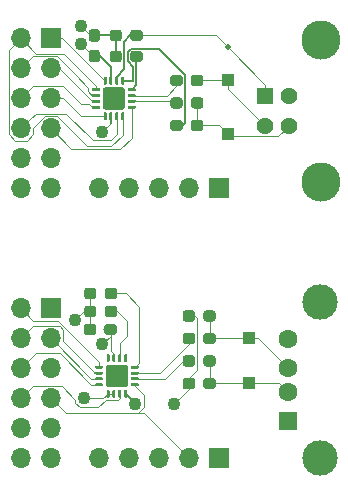
<source format=gbr>
G04 #@! TF.GenerationSoftware,KiCad,Pcbnew,5.1.6-c6e7f7d~86~ubuntu18.04.1*
G04 #@! TF.CreationDate,2021-05-10T20:55:15-07:00*
G04 #@! TF.ProjectId,usb_pmod,7573625f-706d-46f6-942e-6b696361645f,rev?*
G04 #@! TF.SameCoordinates,Original*
G04 #@! TF.FileFunction,Copper,L1,Top*
G04 #@! TF.FilePolarity,Positive*
%FSLAX46Y46*%
G04 Gerber Fmt 4.6, Leading zero omitted, Abs format (unit mm)*
G04 Created by KiCad (PCBNEW 5.1.6-c6e7f7d~86~ubuntu18.04.1) date 2021-05-10 20:55:15*
%MOMM*%
%LPD*%
G01*
G04 APERTURE LIST*
G04 #@! TA.AperFunction,ComponentPad*
%ADD10R,1.000000X1.000000*%
G04 #@! TD*
G04 #@! TA.AperFunction,ComponentPad*
%ADD11C,3.316000*%
G04 #@! TD*
G04 #@! TA.AperFunction,ComponentPad*
%ADD12C,1.428000*%
G04 #@! TD*
G04 #@! TA.AperFunction,ComponentPad*
%ADD13R,1.428000X1.428000*%
G04 #@! TD*
G04 #@! TA.AperFunction,ComponentPad*
%ADD14C,1.600000*%
G04 #@! TD*
G04 #@! TA.AperFunction,ComponentPad*
%ADD15R,1.600000X1.600000*%
G04 #@! TD*
G04 #@! TA.AperFunction,ComponentPad*
%ADD16C,3.000000*%
G04 #@! TD*
G04 #@! TA.AperFunction,ComponentPad*
%ADD17O,1.700000X1.700000*%
G04 #@! TD*
G04 #@! TA.AperFunction,ComponentPad*
%ADD18R,1.700000X1.700000*%
G04 #@! TD*
G04 #@! TA.AperFunction,ViaPad*
%ADD19C,1.100000*%
G04 #@! TD*
G04 #@! TA.AperFunction,ViaPad*
%ADD20C,0.500000*%
G04 #@! TD*
G04 #@! TA.AperFunction,Conductor*
%ADD21C,0.127000*%
G04 #@! TD*
G04 #@! TA.AperFunction,Conductor*
%ADD22C,0.088900*%
G04 #@! TD*
G04 APERTURE END LIST*
D10*
X103124000Y-96520000D03*
X103124000Y-100330000D03*
X101346000Y-79248000D03*
X101346000Y-74676000D03*
D11*
X109202000Y-71272000D03*
X109202000Y-83312000D03*
D12*
X106492000Y-76002000D03*
X106492000Y-78502000D03*
X104492000Y-78502000D03*
D13*
X104492000Y-76002000D03*
D14*
X106426000Y-96542000D03*
X106426000Y-99042000D03*
X106426000Y-101042000D03*
D15*
X106426000Y-103542000D03*
D16*
X109136000Y-106612000D03*
X109136000Y-93472000D03*
G04 #@! TA.AperFunction,SMDPad,CuDef*
G36*
G01*
X90887000Y-95995500D02*
X90887000Y-95520500D01*
G75*
G02*
X91124500Y-95283000I237500J0D01*
G01*
X91699500Y-95283000D01*
G75*
G02*
X91937000Y-95520500I0J-237500D01*
G01*
X91937000Y-95995500D01*
G75*
G02*
X91699500Y-96233000I-237500J0D01*
G01*
X91124500Y-96233000D01*
G75*
G02*
X90887000Y-95995500I0J237500D01*
G01*
G37*
G04 #@! TD.AperFunction*
G04 #@! TA.AperFunction,SMDPad,CuDef*
G36*
G01*
X89137000Y-95995500D02*
X89137000Y-95520500D01*
G75*
G02*
X89374500Y-95283000I237500J0D01*
G01*
X89949500Y-95283000D01*
G75*
G02*
X90187000Y-95520500I0J-237500D01*
G01*
X90187000Y-95995500D01*
G75*
G02*
X89949500Y-96233000I-237500J0D01*
G01*
X89374500Y-96233000D01*
G75*
G02*
X89137000Y-95995500I0J237500D01*
G01*
G37*
G04 #@! TD.AperFunction*
G04 #@! TA.AperFunction,SMDPad,CuDef*
G36*
G01*
X89805500Y-72091000D02*
X90280500Y-72091000D01*
G75*
G02*
X90518000Y-72328500I0J-237500D01*
G01*
X90518000Y-72903500D01*
G75*
G02*
X90280500Y-73141000I-237500J0D01*
G01*
X89805500Y-73141000D01*
G75*
G02*
X89568000Y-72903500I0J237500D01*
G01*
X89568000Y-72328500D01*
G75*
G02*
X89805500Y-72091000I237500J0D01*
G01*
G37*
G04 #@! TD.AperFunction*
G04 #@! TA.AperFunction,SMDPad,CuDef*
G36*
G01*
X89805500Y-70341000D02*
X90280500Y-70341000D01*
G75*
G02*
X90518000Y-70578500I0J-237500D01*
G01*
X90518000Y-71153500D01*
G75*
G02*
X90280500Y-71391000I-237500J0D01*
G01*
X89805500Y-71391000D01*
G75*
G02*
X89568000Y-71153500I0J237500D01*
G01*
X89568000Y-70578500D01*
G75*
G02*
X89805500Y-70341000I237500J0D01*
G01*
G37*
G04 #@! TD.AperFunction*
G04 #@! TA.AperFunction,SMDPad,CuDef*
G36*
G01*
X90215000Y-92472500D02*
X90215000Y-92947500D01*
G75*
G02*
X89977500Y-93185000I-237500J0D01*
G01*
X89402500Y-93185000D01*
G75*
G02*
X89165000Y-92947500I0J237500D01*
G01*
X89165000Y-92472500D01*
G75*
G02*
X89402500Y-92235000I237500J0D01*
G01*
X89977500Y-92235000D01*
G75*
G02*
X90215000Y-92472500I0J-237500D01*
G01*
G37*
G04 #@! TD.AperFunction*
G04 #@! TA.AperFunction,SMDPad,CuDef*
G36*
G01*
X91965000Y-92472500D02*
X91965000Y-92947500D01*
G75*
G02*
X91727500Y-93185000I-237500J0D01*
G01*
X91152500Y-93185000D01*
G75*
G02*
X90915000Y-92947500I0J237500D01*
G01*
X90915000Y-92472500D01*
G75*
G02*
X91152500Y-92235000I237500J0D01*
G01*
X91727500Y-92235000D01*
G75*
G02*
X91965000Y-92472500I0J-237500D01*
G01*
G37*
G04 #@! TD.AperFunction*
G04 #@! TA.AperFunction,SMDPad,CuDef*
G36*
G01*
X92374000Y-72406500D02*
X92374000Y-72881500D01*
G75*
G02*
X92136500Y-73119000I-237500J0D01*
G01*
X91561500Y-73119000D01*
G75*
G02*
X91324000Y-72881500I0J237500D01*
G01*
X91324000Y-72406500D01*
G75*
G02*
X91561500Y-72169000I237500J0D01*
G01*
X92136500Y-72169000D01*
G75*
G02*
X92374000Y-72406500I0J-237500D01*
G01*
G37*
G04 #@! TD.AperFunction*
G04 #@! TA.AperFunction,SMDPad,CuDef*
G36*
G01*
X94124000Y-72406500D02*
X94124000Y-72881500D01*
G75*
G02*
X93886500Y-73119000I-237500J0D01*
G01*
X93311500Y-73119000D01*
G75*
G02*
X93074000Y-72881500I0J237500D01*
G01*
X93074000Y-72406500D01*
G75*
G02*
X93311500Y-72169000I237500J0D01*
G01*
X93886500Y-72169000D01*
G75*
G02*
X94124000Y-72406500I0J-237500D01*
G01*
G37*
G04 #@! TD.AperFunction*
G04 #@! TA.AperFunction,SMDPad,CuDef*
G36*
G01*
X90215000Y-93996500D02*
X90215000Y-94471500D01*
G75*
G02*
X89977500Y-94709000I-237500J0D01*
G01*
X89402500Y-94709000D01*
G75*
G02*
X89165000Y-94471500I0J237500D01*
G01*
X89165000Y-93996500D01*
G75*
G02*
X89402500Y-93759000I237500J0D01*
G01*
X89977500Y-93759000D01*
G75*
G02*
X90215000Y-93996500I0J-237500D01*
G01*
G37*
G04 #@! TD.AperFunction*
G04 #@! TA.AperFunction,SMDPad,CuDef*
G36*
G01*
X91965000Y-93996500D02*
X91965000Y-94471500D01*
G75*
G02*
X91727500Y-94709000I-237500J0D01*
G01*
X91152500Y-94709000D01*
G75*
G02*
X90915000Y-94471500I0J237500D01*
G01*
X90915000Y-93996500D01*
G75*
G02*
X91152500Y-93759000I237500J0D01*
G01*
X91727500Y-93759000D01*
G75*
G02*
X91965000Y-93996500I0J-237500D01*
G01*
G37*
G04 #@! TD.AperFunction*
G04 #@! TA.AperFunction,SMDPad,CuDef*
G36*
G01*
X92374000Y-70628500D02*
X92374000Y-71103500D01*
G75*
G02*
X92136500Y-71341000I-237500J0D01*
G01*
X91561500Y-71341000D01*
G75*
G02*
X91324000Y-71103500I0J237500D01*
G01*
X91324000Y-70628500D01*
G75*
G02*
X91561500Y-70391000I237500J0D01*
G01*
X92136500Y-70391000D01*
G75*
G02*
X92374000Y-70628500I0J-237500D01*
G01*
G37*
G04 #@! TD.AperFunction*
G04 #@! TA.AperFunction,SMDPad,CuDef*
G36*
G01*
X94124000Y-70628500D02*
X94124000Y-71103500D01*
G75*
G02*
X93886500Y-71341000I-237500J0D01*
G01*
X93311500Y-71341000D01*
G75*
G02*
X93074000Y-71103500I0J237500D01*
G01*
X93074000Y-70628500D01*
G75*
G02*
X93311500Y-70391000I237500J0D01*
G01*
X93886500Y-70391000D01*
G75*
G02*
X94124000Y-70628500I0J-237500D01*
G01*
G37*
G04 #@! TD.AperFunction*
D17*
X90424000Y-83820000D03*
X92964000Y-83820000D03*
X95504000Y-83820000D03*
X98044000Y-83820000D03*
D18*
X100584000Y-83820000D03*
D17*
X90424000Y-106680000D03*
X92964000Y-106680000D03*
X95504000Y-106680000D03*
X98044000Y-106680000D03*
D18*
X100584000Y-106680000D03*
D17*
X83820000Y-106680000D03*
X86360000Y-106680000D03*
X83820000Y-104140000D03*
X86360000Y-104140000D03*
X83820000Y-101600000D03*
X86360000Y-101600000D03*
X83820000Y-99060000D03*
X86360000Y-99060000D03*
X83820000Y-96520000D03*
X86360000Y-96520000D03*
X83820000Y-93980000D03*
D18*
X86360000Y-93980000D03*
D17*
X83820000Y-83820000D03*
X86360000Y-83820000D03*
X83820000Y-81280000D03*
X86360000Y-81280000D03*
X83820000Y-78740000D03*
X86360000Y-78740000D03*
X83820000Y-76200000D03*
X86360000Y-76200000D03*
X83820000Y-73660000D03*
X86360000Y-73660000D03*
X83820000Y-71120000D03*
D18*
X86360000Y-71120000D03*
G04 #@! TA.AperFunction,SMDPad,CuDef*
G36*
G01*
X98569000Y-94377500D02*
X98569000Y-94852500D01*
G75*
G02*
X98331500Y-95090000I-237500J0D01*
G01*
X97756500Y-95090000D01*
G75*
G02*
X97519000Y-94852500I0J237500D01*
G01*
X97519000Y-94377500D01*
G75*
G02*
X97756500Y-94140000I237500J0D01*
G01*
X98331500Y-94140000D01*
G75*
G02*
X98569000Y-94377500I0J-237500D01*
G01*
G37*
G04 #@! TD.AperFunction*
G04 #@! TA.AperFunction,SMDPad,CuDef*
G36*
G01*
X100319000Y-94377500D02*
X100319000Y-94852500D01*
G75*
G02*
X100081500Y-95090000I-237500J0D01*
G01*
X99506500Y-95090000D01*
G75*
G02*
X99269000Y-94852500I0J237500D01*
G01*
X99269000Y-94377500D01*
G75*
G02*
X99506500Y-94140000I237500J0D01*
G01*
X100081500Y-94140000D01*
G75*
G02*
X100319000Y-94377500I0J-237500D01*
G01*
G37*
G04 #@! TD.AperFunction*
G04 #@! TA.AperFunction,SMDPad,CuDef*
G36*
G01*
X98569000Y-100092500D02*
X98569000Y-100567500D01*
G75*
G02*
X98331500Y-100805000I-237500J0D01*
G01*
X97756500Y-100805000D01*
G75*
G02*
X97519000Y-100567500I0J237500D01*
G01*
X97519000Y-100092500D01*
G75*
G02*
X97756500Y-99855000I237500J0D01*
G01*
X98331500Y-99855000D01*
G75*
G02*
X98569000Y-100092500I0J-237500D01*
G01*
G37*
G04 #@! TD.AperFunction*
G04 #@! TA.AperFunction,SMDPad,CuDef*
G36*
G01*
X100319000Y-100092500D02*
X100319000Y-100567500D01*
G75*
G02*
X100081500Y-100805000I-237500J0D01*
G01*
X99506500Y-100805000D01*
G75*
G02*
X99269000Y-100567500I0J237500D01*
G01*
X99269000Y-100092500D01*
G75*
G02*
X99506500Y-99855000I237500J0D01*
G01*
X100081500Y-99855000D01*
G75*
G02*
X100319000Y-100092500I0J-237500D01*
G01*
G37*
G04 #@! TD.AperFunction*
G04 #@! TA.AperFunction,SMDPad,CuDef*
G36*
G01*
X98569000Y-98187500D02*
X98569000Y-98662500D01*
G75*
G02*
X98331500Y-98900000I-237500J0D01*
G01*
X97756500Y-98900000D01*
G75*
G02*
X97519000Y-98662500I0J237500D01*
G01*
X97519000Y-98187500D01*
G75*
G02*
X97756500Y-97950000I237500J0D01*
G01*
X98331500Y-97950000D01*
G75*
G02*
X98569000Y-98187500I0J-237500D01*
G01*
G37*
G04 #@! TD.AperFunction*
G04 #@! TA.AperFunction,SMDPad,CuDef*
G36*
G01*
X100319000Y-98187500D02*
X100319000Y-98662500D01*
G75*
G02*
X100081500Y-98900000I-237500J0D01*
G01*
X99506500Y-98900000D01*
G75*
G02*
X99269000Y-98662500I0J237500D01*
G01*
X99269000Y-98187500D01*
G75*
G02*
X99506500Y-97950000I237500J0D01*
G01*
X100081500Y-97950000D01*
G75*
G02*
X100319000Y-98187500I0J-237500D01*
G01*
G37*
G04 #@! TD.AperFunction*
G04 #@! TA.AperFunction,SMDPad,CuDef*
G36*
G01*
X98569000Y-96282500D02*
X98569000Y-96757500D01*
G75*
G02*
X98331500Y-96995000I-237500J0D01*
G01*
X97756500Y-96995000D01*
G75*
G02*
X97519000Y-96757500I0J237500D01*
G01*
X97519000Y-96282500D01*
G75*
G02*
X97756500Y-96045000I237500J0D01*
G01*
X98331500Y-96045000D01*
G75*
G02*
X98569000Y-96282500I0J-237500D01*
G01*
G37*
G04 #@! TD.AperFunction*
G04 #@! TA.AperFunction,SMDPad,CuDef*
G36*
G01*
X100319000Y-96282500D02*
X100319000Y-96757500D01*
G75*
G02*
X100081500Y-96995000I-237500J0D01*
G01*
X99506500Y-96995000D01*
G75*
G02*
X99269000Y-96757500I0J237500D01*
G01*
X99269000Y-96282500D01*
G75*
G02*
X99506500Y-96045000I237500J0D01*
G01*
X100081500Y-96045000D01*
G75*
G02*
X100319000Y-96282500I0J-237500D01*
G01*
G37*
G04 #@! TD.AperFunction*
G04 #@! TA.AperFunction,SMDPad,CuDef*
G36*
G01*
X97517500Y-76343500D02*
X97517500Y-76818500D01*
G75*
G02*
X97280000Y-77056000I-237500J0D01*
G01*
X96705000Y-77056000D01*
G75*
G02*
X96467500Y-76818500I0J237500D01*
G01*
X96467500Y-76343500D01*
G75*
G02*
X96705000Y-76106000I237500J0D01*
G01*
X97280000Y-76106000D01*
G75*
G02*
X97517500Y-76343500I0J-237500D01*
G01*
G37*
G04 #@! TD.AperFunction*
G04 #@! TA.AperFunction,SMDPad,CuDef*
G36*
G01*
X99267500Y-76343500D02*
X99267500Y-76818500D01*
G75*
G02*
X99030000Y-77056000I-237500J0D01*
G01*
X98455000Y-77056000D01*
G75*
G02*
X98217500Y-76818500I0J237500D01*
G01*
X98217500Y-76343500D01*
G75*
G02*
X98455000Y-76106000I237500J0D01*
G01*
X99030000Y-76106000D01*
G75*
G02*
X99267500Y-76343500I0J-237500D01*
G01*
G37*
G04 #@! TD.AperFunction*
G04 #@! TA.AperFunction,SMDPad,CuDef*
G36*
G01*
X97517500Y-74438500D02*
X97517500Y-74913500D01*
G75*
G02*
X97280000Y-75151000I-237500J0D01*
G01*
X96705000Y-75151000D01*
G75*
G02*
X96467500Y-74913500I0J237500D01*
G01*
X96467500Y-74438500D01*
G75*
G02*
X96705000Y-74201000I237500J0D01*
G01*
X97280000Y-74201000D01*
G75*
G02*
X97517500Y-74438500I0J-237500D01*
G01*
G37*
G04 #@! TD.AperFunction*
G04 #@! TA.AperFunction,SMDPad,CuDef*
G36*
G01*
X99267500Y-74438500D02*
X99267500Y-74913500D01*
G75*
G02*
X99030000Y-75151000I-237500J0D01*
G01*
X98455000Y-75151000D01*
G75*
G02*
X98217500Y-74913500I0J237500D01*
G01*
X98217500Y-74438500D01*
G75*
G02*
X98455000Y-74201000I237500J0D01*
G01*
X99030000Y-74201000D01*
G75*
G02*
X99267500Y-74438500I0J-237500D01*
G01*
G37*
G04 #@! TD.AperFunction*
G04 #@! TA.AperFunction,SMDPad,CuDef*
G36*
G01*
X97517500Y-78248500D02*
X97517500Y-78723500D01*
G75*
G02*
X97280000Y-78961000I-237500J0D01*
G01*
X96705000Y-78961000D01*
G75*
G02*
X96467500Y-78723500I0J237500D01*
G01*
X96467500Y-78248500D01*
G75*
G02*
X96705000Y-78011000I237500J0D01*
G01*
X97280000Y-78011000D01*
G75*
G02*
X97517500Y-78248500I0J-237500D01*
G01*
G37*
G04 #@! TD.AperFunction*
G04 #@! TA.AperFunction,SMDPad,CuDef*
G36*
G01*
X99267500Y-78248500D02*
X99267500Y-78723500D01*
G75*
G02*
X99030000Y-78961000I-237500J0D01*
G01*
X98455000Y-78961000D01*
G75*
G02*
X98217500Y-78723500I0J237500D01*
G01*
X98217500Y-78248500D01*
G75*
G02*
X98455000Y-78011000I237500J0D01*
G01*
X99030000Y-78011000D01*
G75*
G02*
X99267500Y-78248500I0J-237500D01*
G01*
G37*
G04 #@! TD.AperFunction*
G04 #@! TA.AperFunction,SMDPad,CuDef*
G36*
G01*
X91073000Y-98457500D02*
X91073000Y-97907500D01*
G75*
G02*
X91135500Y-97845000I62500J0D01*
G01*
X91260500Y-97845000D01*
G75*
G02*
X91323000Y-97907500I0J-62500D01*
G01*
X91323000Y-98457500D01*
G75*
G02*
X91260500Y-98520000I-62500J0D01*
G01*
X91135500Y-98520000D01*
G75*
G02*
X91073000Y-98457500I0J62500D01*
G01*
G37*
G04 #@! TD.AperFunction*
G04 #@! TA.AperFunction,SMDPad,CuDef*
G36*
G01*
X91573000Y-98457500D02*
X91573000Y-97907500D01*
G75*
G02*
X91635500Y-97845000I62500J0D01*
G01*
X91760500Y-97845000D01*
G75*
G02*
X91823000Y-97907500I0J-62500D01*
G01*
X91823000Y-98457500D01*
G75*
G02*
X91760500Y-98520000I-62500J0D01*
G01*
X91635500Y-98520000D01*
G75*
G02*
X91573000Y-98457500I0J62500D01*
G01*
G37*
G04 #@! TD.AperFunction*
G04 #@! TA.AperFunction,SMDPad,CuDef*
G36*
G01*
X92073000Y-98457500D02*
X92073000Y-97907500D01*
G75*
G02*
X92135500Y-97845000I62500J0D01*
G01*
X92260500Y-97845000D01*
G75*
G02*
X92323000Y-97907500I0J-62500D01*
G01*
X92323000Y-98457500D01*
G75*
G02*
X92260500Y-98520000I-62500J0D01*
G01*
X92135500Y-98520000D01*
G75*
G02*
X92073000Y-98457500I0J62500D01*
G01*
G37*
G04 #@! TD.AperFunction*
G04 #@! TA.AperFunction,SMDPad,CuDef*
G36*
G01*
X92573000Y-98457500D02*
X92573000Y-97907500D01*
G75*
G02*
X92635500Y-97845000I62500J0D01*
G01*
X92760500Y-97845000D01*
G75*
G02*
X92823000Y-97907500I0J-62500D01*
G01*
X92823000Y-98457500D01*
G75*
G02*
X92760500Y-98520000I-62500J0D01*
G01*
X92635500Y-98520000D01*
G75*
G02*
X92573000Y-98457500I0J62500D01*
G01*
G37*
G04 #@! TD.AperFunction*
G04 #@! TA.AperFunction,SMDPad,CuDef*
G36*
G01*
X93123000Y-99007500D02*
X93123000Y-98882500D01*
G75*
G02*
X93185500Y-98820000I62500J0D01*
G01*
X93735500Y-98820000D01*
G75*
G02*
X93798000Y-98882500I0J-62500D01*
G01*
X93798000Y-99007500D01*
G75*
G02*
X93735500Y-99070000I-62500J0D01*
G01*
X93185500Y-99070000D01*
G75*
G02*
X93123000Y-99007500I0J62500D01*
G01*
G37*
G04 #@! TD.AperFunction*
G04 #@! TA.AperFunction,SMDPad,CuDef*
G36*
G01*
X93123000Y-99507500D02*
X93123000Y-99382500D01*
G75*
G02*
X93185500Y-99320000I62500J0D01*
G01*
X93735500Y-99320000D01*
G75*
G02*
X93798000Y-99382500I0J-62500D01*
G01*
X93798000Y-99507500D01*
G75*
G02*
X93735500Y-99570000I-62500J0D01*
G01*
X93185500Y-99570000D01*
G75*
G02*
X93123000Y-99507500I0J62500D01*
G01*
G37*
G04 #@! TD.AperFunction*
G04 #@! TA.AperFunction,SMDPad,CuDef*
G36*
G01*
X93123000Y-100007500D02*
X93123000Y-99882500D01*
G75*
G02*
X93185500Y-99820000I62500J0D01*
G01*
X93735500Y-99820000D01*
G75*
G02*
X93798000Y-99882500I0J-62500D01*
G01*
X93798000Y-100007500D01*
G75*
G02*
X93735500Y-100070000I-62500J0D01*
G01*
X93185500Y-100070000D01*
G75*
G02*
X93123000Y-100007500I0J62500D01*
G01*
G37*
G04 #@! TD.AperFunction*
G04 #@! TA.AperFunction,SMDPad,CuDef*
G36*
G01*
X93123000Y-100507500D02*
X93123000Y-100382500D01*
G75*
G02*
X93185500Y-100320000I62500J0D01*
G01*
X93735500Y-100320000D01*
G75*
G02*
X93798000Y-100382500I0J-62500D01*
G01*
X93798000Y-100507500D01*
G75*
G02*
X93735500Y-100570000I-62500J0D01*
G01*
X93185500Y-100570000D01*
G75*
G02*
X93123000Y-100507500I0J62500D01*
G01*
G37*
G04 #@! TD.AperFunction*
G04 #@! TA.AperFunction,SMDPad,CuDef*
G36*
G01*
X92573000Y-101482500D02*
X92573000Y-100932500D01*
G75*
G02*
X92635500Y-100870000I62500J0D01*
G01*
X92760500Y-100870000D01*
G75*
G02*
X92823000Y-100932500I0J-62500D01*
G01*
X92823000Y-101482500D01*
G75*
G02*
X92760500Y-101545000I-62500J0D01*
G01*
X92635500Y-101545000D01*
G75*
G02*
X92573000Y-101482500I0J62500D01*
G01*
G37*
G04 #@! TD.AperFunction*
G04 #@! TA.AperFunction,SMDPad,CuDef*
G36*
G01*
X92073000Y-101482500D02*
X92073000Y-100932500D01*
G75*
G02*
X92135500Y-100870000I62500J0D01*
G01*
X92260500Y-100870000D01*
G75*
G02*
X92323000Y-100932500I0J-62500D01*
G01*
X92323000Y-101482500D01*
G75*
G02*
X92260500Y-101545000I-62500J0D01*
G01*
X92135500Y-101545000D01*
G75*
G02*
X92073000Y-101482500I0J62500D01*
G01*
G37*
G04 #@! TD.AperFunction*
G04 #@! TA.AperFunction,SMDPad,CuDef*
G36*
G01*
X91573000Y-101482500D02*
X91573000Y-100932500D01*
G75*
G02*
X91635500Y-100870000I62500J0D01*
G01*
X91760500Y-100870000D01*
G75*
G02*
X91823000Y-100932500I0J-62500D01*
G01*
X91823000Y-101482500D01*
G75*
G02*
X91760500Y-101545000I-62500J0D01*
G01*
X91635500Y-101545000D01*
G75*
G02*
X91573000Y-101482500I0J62500D01*
G01*
G37*
G04 #@! TD.AperFunction*
G04 #@! TA.AperFunction,SMDPad,CuDef*
G36*
G01*
X91073000Y-101482500D02*
X91073000Y-100932500D01*
G75*
G02*
X91135500Y-100870000I62500J0D01*
G01*
X91260500Y-100870000D01*
G75*
G02*
X91323000Y-100932500I0J-62500D01*
G01*
X91323000Y-101482500D01*
G75*
G02*
X91260500Y-101545000I-62500J0D01*
G01*
X91135500Y-101545000D01*
G75*
G02*
X91073000Y-101482500I0J62500D01*
G01*
G37*
G04 #@! TD.AperFunction*
G04 #@! TA.AperFunction,SMDPad,CuDef*
G36*
G01*
X90098000Y-100507500D02*
X90098000Y-100382500D01*
G75*
G02*
X90160500Y-100320000I62500J0D01*
G01*
X90710500Y-100320000D01*
G75*
G02*
X90773000Y-100382500I0J-62500D01*
G01*
X90773000Y-100507500D01*
G75*
G02*
X90710500Y-100570000I-62500J0D01*
G01*
X90160500Y-100570000D01*
G75*
G02*
X90098000Y-100507500I0J62500D01*
G01*
G37*
G04 #@! TD.AperFunction*
G04 #@! TA.AperFunction,SMDPad,CuDef*
G36*
G01*
X90098000Y-100007500D02*
X90098000Y-99882500D01*
G75*
G02*
X90160500Y-99820000I62500J0D01*
G01*
X90710500Y-99820000D01*
G75*
G02*
X90773000Y-99882500I0J-62500D01*
G01*
X90773000Y-100007500D01*
G75*
G02*
X90710500Y-100070000I-62500J0D01*
G01*
X90160500Y-100070000D01*
G75*
G02*
X90098000Y-100007500I0J62500D01*
G01*
G37*
G04 #@! TD.AperFunction*
G04 #@! TA.AperFunction,SMDPad,CuDef*
G36*
G01*
X90098000Y-99507500D02*
X90098000Y-99382500D01*
G75*
G02*
X90160500Y-99320000I62500J0D01*
G01*
X90710500Y-99320000D01*
G75*
G02*
X90773000Y-99382500I0J-62500D01*
G01*
X90773000Y-99507500D01*
G75*
G02*
X90710500Y-99570000I-62500J0D01*
G01*
X90160500Y-99570000D01*
G75*
G02*
X90098000Y-99507500I0J62500D01*
G01*
G37*
G04 #@! TD.AperFunction*
G04 #@! TA.AperFunction,SMDPad,CuDef*
G36*
G01*
X90098000Y-99007500D02*
X90098000Y-98882500D01*
G75*
G02*
X90160500Y-98820000I62500J0D01*
G01*
X90710500Y-98820000D01*
G75*
G02*
X90773000Y-98882500I0J-62500D01*
G01*
X90773000Y-99007500D01*
G75*
G02*
X90710500Y-99070000I-62500J0D01*
G01*
X90160500Y-99070000D01*
G75*
G02*
X90098000Y-99007500I0J62500D01*
G01*
G37*
G04 #@! TD.AperFunction*
G04 #@! TA.AperFunction,SMDPad,CuDef*
G36*
G01*
X90998000Y-100395000D02*
X90998000Y-98995000D01*
G75*
G02*
X91248000Y-98745000I250000J0D01*
G01*
X92648000Y-98745000D01*
G75*
G02*
X92898000Y-98995000I0J-250000D01*
G01*
X92898000Y-100395000D01*
G75*
G02*
X92648000Y-100645000I-250000J0D01*
G01*
X91248000Y-100645000D01*
G75*
G02*
X90998000Y-100395000I0J250000D01*
G01*
G37*
G04 #@! TD.AperFunction*
G04 #@! TA.AperFunction,SMDPad,CuDef*
G36*
G01*
X90819000Y-74962500D02*
X90819000Y-74412500D01*
G75*
G02*
X90881500Y-74350000I62500J0D01*
G01*
X91006500Y-74350000D01*
G75*
G02*
X91069000Y-74412500I0J-62500D01*
G01*
X91069000Y-74962500D01*
G75*
G02*
X91006500Y-75025000I-62500J0D01*
G01*
X90881500Y-75025000D01*
G75*
G02*
X90819000Y-74962500I0J62500D01*
G01*
G37*
G04 #@! TD.AperFunction*
G04 #@! TA.AperFunction,SMDPad,CuDef*
G36*
G01*
X91319000Y-74962500D02*
X91319000Y-74412500D01*
G75*
G02*
X91381500Y-74350000I62500J0D01*
G01*
X91506500Y-74350000D01*
G75*
G02*
X91569000Y-74412500I0J-62500D01*
G01*
X91569000Y-74962500D01*
G75*
G02*
X91506500Y-75025000I-62500J0D01*
G01*
X91381500Y-75025000D01*
G75*
G02*
X91319000Y-74962500I0J62500D01*
G01*
G37*
G04 #@! TD.AperFunction*
G04 #@! TA.AperFunction,SMDPad,CuDef*
G36*
G01*
X91819000Y-74962500D02*
X91819000Y-74412500D01*
G75*
G02*
X91881500Y-74350000I62500J0D01*
G01*
X92006500Y-74350000D01*
G75*
G02*
X92069000Y-74412500I0J-62500D01*
G01*
X92069000Y-74962500D01*
G75*
G02*
X92006500Y-75025000I-62500J0D01*
G01*
X91881500Y-75025000D01*
G75*
G02*
X91819000Y-74962500I0J62500D01*
G01*
G37*
G04 #@! TD.AperFunction*
G04 #@! TA.AperFunction,SMDPad,CuDef*
G36*
G01*
X92319000Y-74962500D02*
X92319000Y-74412500D01*
G75*
G02*
X92381500Y-74350000I62500J0D01*
G01*
X92506500Y-74350000D01*
G75*
G02*
X92569000Y-74412500I0J-62500D01*
G01*
X92569000Y-74962500D01*
G75*
G02*
X92506500Y-75025000I-62500J0D01*
G01*
X92381500Y-75025000D01*
G75*
G02*
X92319000Y-74962500I0J62500D01*
G01*
G37*
G04 #@! TD.AperFunction*
G04 #@! TA.AperFunction,SMDPad,CuDef*
G36*
G01*
X92869000Y-75512500D02*
X92869000Y-75387500D01*
G75*
G02*
X92931500Y-75325000I62500J0D01*
G01*
X93481500Y-75325000D01*
G75*
G02*
X93544000Y-75387500I0J-62500D01*
G01*
X93544000Y-75512500D01*
G75*
G02*
X93481500Y-75575000I-62500J0D01*
G01*
X92931500Y-75575000D01*
G75*
G02*
X92869000Y-75512500I0J62500D01*
G01*
G37*
G04 #@! TD.AperFunction*
G04 #@! TA.AperFunction,SMDPad,CuDef*
G36*
G01*
X92869000Y-76012500D02*
X92869000Y-75887500D01*
G75*
G02*
X92931500Y-75825000I62500J0D01*
G01*
X93481500Y-75825000D01*
G75*
G02*
X93544000Y-75887500I0J-62500D01*
G01*
X93544000Y-76012500D01*
G75*
G02*
X93481500Y-76075000I-62500J0D01*
G01*
X92931500Y-76075000D01*
G75*
G02*
X92869000Y-76012500I0J62500D01*
G01*
G37*
G04 #@! TD.AperFunction*
G04 #@! TA.AperFunction,SMDPad,CuDef*
G36*
G01*
X92869000Y-76512500D02*
X92869000Y-76387500D01*
G75*
G02*
X92931500Y-76325000I62500J0D01*
G01*
X93481500Y-76325000D01*
G75*
G02*
X93544000Y-76387500I0J-62500D01*
G01*
X93544000Y-76512500D01*
G75*
G02*
X93481500Y-76575000I-62500J0D01*
G01*
X92931500Y-76575000D01*
G75*
G02*
X92869000Y-76512500I0J62500D01*
G01*
G37*
G04 #@! TD.AperFunction*
G04 #@! TA.AperFunction,SMDPad,CuDef*
G36*
G01*
X92869000Y-77012500D02*
X92869000Y-76887500D01*
G75*
G02*
X92931500Y-76825000I62500J0D01*
G01*
X93481500Y-76825000D01*
G75*
G02*
X93544000Y-76887500I0J-62500D01*
G01*
X93544000Y-77012500D01*
G75*
G02*
X93481500Y-77075000I-62500J0D01*
G01*
X92931500Y-77075000D01*
G75*
G02*
X92869000Y-77012500I0J62500D01*
G01*
G37*
G04 #@! TD.AperFunction*
G04 #@! TA.AperFunction,SMDPad,CuDef*
G36*
G01*
X92319000Y-77987500D02*
X92319000Y-77437500D01*
G75*
G02*
X92381500Y-77375000I62500J0D01*
G01*
X92506500Y-77375000D01*
G75*
G02*
X92569000Y-77437500I0J-62500D01*
G01*
X92569000Y-77987500D01*
G75*
G02*
X92506500Y-78050000I-62500J0D01*
G01*
X92381500Y-78050000D01*
G75*
G02*
X92319000Y-77987500I0J62500D01*
G01*
G37*
G04 #@! TD.AperFunction*
G04 #@! TA.AperFunction,SMDPad,CuDef*
G36*
G01*
X91819000Y-77987500D02*
X91819000Y-77437500D01*
G75*
G02*
X91881500Y-77375000I62500J0D01*
G01*
X92006500Y-77375000D01*
G75*
G02*
X92069000Y-77437500I0J-62500D01*
G01*
X92069000Y-77987500D01*
G75*
G02*
X92006500Y-78050000I-62500J0D01*
G01*
X91881500Y-78050000D01*
G75*
G02*
X91819000Y-77987500I0J62500D01*
G01*
G37*
G04 #@! TD.AperFunction*
G04 #@! TA.AperFunction,SMDPad,CuDef*
G36*
G01*
X91319000Y-77987500D02*
X91319000Y-77437500D01*
G75*
G02*
X91381500Y-77375000I62500J0D01*
G01*
X91506500Y-77375000D01*
G75*
G02*
X91569000Y-77437500I0J-62500D01*
G01*
X91569000Y-77987500D01*
G75*
G02*
X91506500Y-78050000I-62500J0D01*
G01*
X91381500Y-78050000D01*
G75*
G02*
X91319000Y-77987500I0J62500D01*
G01*
G37*
G04 #@! TD.AperFunction*
G04 #@! TA.AperFunction,SMDPad,CuDef*
G36*
G01*
X90819000Y-77987500D02*
X90819000Y-77437500D01*
G75*
G02*
X90881500Y-77375000I62500J0D01*
G01*
X91006500Y-77375000D01*
G75*
G02*
X91069000Y-77437500I0J-62500D01*
G01*
X91069000Y-77987500D01*
G75*
G02*
X91006500Y-78050000I-62500J0D01*
G01*
X90881500Y-78050000D01*
G75*
G02*
X90819000Y-77987500I0J62500D01*
G01*
G37*
G04 #@! TD.AperFunction*
G04 #@! TA.AperFunction,SMDPad,CuDef*
G36*
G01*
X89844000Y-77012500D02*
X89844000Y-76887500D01*
G75*
G02*
X89906500Y-76825000I62500J0D01*
G01*
X90456500Y-76825000D01*
G75*
G02*
X90519000Y-76887500I0J-62500D01*
G01*
X90519000Y-77012500D01*
G75*
G02*
X90456500Y-77075000I-62500J0D01*
G01*
X89906500Y-77075000D01*
G75*
G02*
X89844000Y-77012500I0J62500D01*
G01*
G37*
G04 #@! TD.AperFunction*
G04 #@! TA.AperFunction,SMDPad,CuDef*
G36*
G01*
X89844000Y-76512500D02*
X89844000Y-76387500D01*
G75*
G02*
X89906500Y-76325000I62500J0D01*
G01*
X90456500Y-76325000D01*
G75*
G02*
X90519000Y-76387500I0J-62500D01*
G01*
X90519000Y-76512500D01*
G75*
G02*
X90456500Y-76575000I-62500J0D01*
G01*
X89906500Y-76575000D01*
G75*
G02*
X89844000Y-76512500I0J62500D01*
G01*
G37*
G04 #@! TD.AperFunction*
G04 #@! TA.AperFunction,SMDPad,CuDef*
G36*
G01*
X89844000Y-76012500D02*
X89844000Y-75887500D01*
G75*
G02*
X89906500Y-75825000I62500J0D01*
G01*
X90456500Y-75825000D01*
G75*
G02*
X90519000Y-75887500I0J-62500D01*
G01*
X90519000Y-76012500D01*
G75*
G02*
X90456500Y-76075000I-62500J0D01*
G01*
X89906500Y-76075000D01*
G75*
G02*
X89844000Y-76012500I0J62500D01*
G01*
G37*
G04 #@! TD.AperFunction*
G04 #@! TA.AperFunction,SMDPad,CuDef*
G36*
G01*
X89844000Y-75512500D02*
X89844000Y-75387500D01*
G75*
G02*
X89906500Y-75325000I62500J0D01*
G01*
X90456500Y-75325000D01*
G75*
G02*
X90519000Y-75387500I0J-62500D01*
G01*
X90519000Y-75512500D01*
G75*
G02*
X90456500Y-75575000I-62500J0D01*
G01*
X89906500Y-75575000D01*
G75*
G02*
X89844000Y-75512500I0J62500D01*
G01*
G37*
G04 #@! TD.AperFunction*
G04 #@! TA.AperFunction,SMDPad,CuDef*
G36*
G01*
X90744000Y-76900000D02*
X90744000Y-75500000D01*
G75*
G02*
X90994000Y-75250000I250000J0D01*
G01*
X92394000Y-75250000D01*
G75*
G02*
X92644000Y-75500000I0J-250000D01*
G01*
X92644000Y-76900000D01*
G75*
G02*
X92394000Y-77150000I-250000J0D01*
G01*
X90994000Y-77150000D01*
G75*
G02*
X90744000Y-76900000I0J250000D01*
G01*
G37*
G04 #@! TD.AperFunction*
D19*
X88900000Y-71628000D03*
X90678000Y-97028000D03*
X88392000Y-94996000D03*
X96774000Y-102108000D03*
X88900000Y-70104000D03*
X90703071Y-79023371D03*
X93512540Y-102044500D03*
X89154000Y-101600000D03*
D20*
X101346000Y-71882000D03*
D21*
X91412000Y-95758000D02*
X90887000Y-95758000D01*
X90518000Y-72616000D02*
X90043000Y-72616000D01*
X91444000Y-73542000D02*
X90518000Y-72616000D01*
X91444000Y-74687500D02*
X91444000Y-73542000D01*
D22*
X89888000Y-72616000D02*
X90043000Y-72616000D01*
X88900000Y-71628000D02*
X89888000Y-72616000D01*
X91412000Y-97559000D02*
X91412000Y-95758000D01*
X91698000Y-97845000D02*
X91412000Y-97559000D01*
X91698000Y-98182500D02*
X91698000Y-97845000D01*
X90678000Y-97028000D02*
X91412000Y-96294000D01*
X91412000Y-96294000D02*
X91412000Y-95758000D01*
X93460500Y-100445000D02*
X93460500Y-100572500D01*
X93460500Y-100572500D02*
X94234000Y-101346000D01*
X94234000Y-101346000D02*
X94234000Y-102362000D01*
X94234000Y-102362000D02*
X93726000Y-102870000D01*
X87630000Y-102870000D02*
X86360000Y-101600000D01*
X93726000Y-102870000D02*
X87630000Y-102870000D01*
X98044000Y-106680000D02*
X94234000Y-102870000D01*
X94234000Y-102870000D02*
X93726000Y-102870000D01*
X90435500Y-98512156D02*
X86924795Y-95001451D01*
X90435500Y-98945000D02*
X90435500Y-98512156D01*
X86924795Y-95001451D02*
X84841451Y-95001451D01*
X84841451Y-95001451D02*
X83820000Y-93980000D01*
X90994384Y-101716460D02*
X90389393Y-102321451D01*
X90389393Y-102321451D02*
X88807703Y-102321451D01*
X92198000Y-101207500D02*
X92198000Y-101545000D01*
X88432549Y-101946297D02*
X88432549Y-101692297D01*
X92026540Y-101716460D02*
X90994384Y-101716460D01*
X88807703Y-102321451D02*
X88432549Y-101946297D01*
X87318801Y-100578549D02*
X84841451Y-100578549D01*
X92198000Y-101545000D02*
X92026540Y-101716460D01*
X88432549Y-101692297D02*
X87318801Y-100578549D01*
X84841451Y-100578549D02*
X83820000Y-101600000D01*
X98569000Y-94615000D02*
X98044000Y-94615000D01*
X98740460Y-99158540D02*
X98740460Y-94786460D01*
X98044000Y-99855000D02*
X98740460Y-99158540D01*
X98740460Y-94786460D02*
X98569000Y-94615000D01*
X98044000Y-100330000D02*
X98044000Y-99855000D01*
X89662000Y-94262000D02*
X89690000Y-94234000D01*
X89662000Y-95758000D02*
X89662000Y-94262000D01*
X89690000Y-94234000D02*
X89690000Y-92710000D01*
D21*
X90518000Y-70866000D02*
X91849000Y-70866000D01*
X90043000Y-70866000D02*
X90518000Y-70866000D01*
X91849000Y-72169000D02*
X91849000Y-70866000D01*
X91849000Y-72644000D02*
X91849000Y-72169000D01*
X97663000Y-100711000D02*
X98044000Y-100330000D01*
D22*
X89662000Y-70866000D02*
X90043000Y-70866000D01*
X88900000Y-70104000D02*
X89662000Y-70866000D01*
D21*
X91444000Y-77712500D02*
X91444000Y-78282442D01*
D22*
X91198000Y-101207500D02*
X91323000Y-101207500D01*
X91323000Y-101207500D02*
X91698000Y-101207500D01*
D21*
X92698000Y-101207500D02*
X93512540Y-102022040D01*
X93512540Y-102022040D02*
X93512540Y-102044500D01*
D22*
X90805500Y-101600000D02*
X91198000Y-101207500D01*
X89154000Y-101600000D02*
X90805500Y-101600000D01*
X91444000Y-78282442D02*
X90703071Y-79023371D01*
X98044000Y-100838000D02*
X96774000Y-102108000D01*
X98044000Y-100330000D02*
X98044000Y-100838000D01*
X89154000Y-94234000D02*
X88392000Y-94996000D01*
X89690000Y-94234000D02*
X89154000Y-94234000D01*
X90435500Y-100445000D02*
X89777000Y-100445000D01*
X89777000Y-100445000D02*
X87122000Y-97790000D01*
X85090000Y-97790000D02*
X83820000Y-99060000D01*
X87122000Y-97790000D02*
X85090000Y-97790000D01*
X89785000Y-99945000D02*
X86360000Y-96520000D01*
X90435500Y-99945000D02*
X89785000Y-99945000D01*
X90435500Y-99445000D02*
X90034748Y-99445000D01*
X90435500Y-99445000D02*
X90098000Y-99445000D01*
X90098000Y-99445000D02*
X87381451Y-96728451D01*
X87381451Y-96728451D02*
X87381451Y-95763451D01*
X84841451Y-95498549D02*
X83820000Y-96520000D01*
X87116549Y-95498549D02*
X84841451Y-95498549D01*
X87381451Y-95763451D02*
X87116549Y-95498549D01*
X93206500Y-76950000D02*
X93206500Y-79513500D01*
X88099911Y-80479911D02*
X86360000Y-78740000D01*
X93206500Y-79513500D02*
X92240089Y-80479911D01*
X92240089Y-80479911D02*
X88099911Y-80479911D01*
X91944000Y-77712500D02*
X91944000Y-79244000D01*
X85057361Y-77502639D02*
X84669999Y-77890001D01*
X91944000Y-79244000D02*
X91432000Y-79756000D01*
X91432000Y-79756000D02*
X89916000Y-79756000D01*
X89916000Y-79756000D02*
X87662639Y-77502639D01*
X87662639Y-77502639D02*
X85057361Y-77502639D01*
X84669999Y-77890001D02*
X83820000Y-78740000D01*
X89844000Y-76950000D02*
X89602000Y-76708000D01*
X90181500Y-76950000D02*
X89844000Y-76950000D01*
X89602000Y-76708000D02*
X88900000Y-76708000D01*
X84841451Y-75178549D02*
X83820000Y-76200000D01*
X87370549Y-75178549D02*
X84841451Y-75178549D01*
X88900000Y-76708000D02*
X87370549Y-75178549D01*
X89844000Y-76450000D02*
X87054000Y-73660000D01*
X87054000Y-73660000D02*
X86360000Y-73660000D01*
X90181500Y-76450000D02*
X89844000Y-76450000D01*
X89844000Y-75950000D02*
X90181500Y-75950000D01*
X86850297Y-72638549D02*
X88379748Y-74168000D01*
X84841451Y-72638549D02*
X86850297Y-72638549D01*
X83820000Y-73660000D02*
X84841451Y-72638549D01*
X89497000Y-75603000D02*
X89497000Y-75273000D01*
X89497000Y-75603000D02*
X89844000Y-75950000D01*
X89497000Y-75273000D02*
X88392000Y-74168000D01*
X90181500Y-75450000D02*
X90181500Y-75144156D01*
X90181500Y-75144156D02*
X87459982Y-72422638D01*
X87459982Y-72422638D02*
X85122638Y-72422638D01*
X85122638Y-72422638D02*
X83820000Y-71120000D01*
X82804000Y-72136000D02*
X83820000Y-71120000D01*
X92444000Y-77712500D02*
X92444000Y-79260000D01*
X82798549Y-79242549D02*
X82798549Y-72649451D01*
X82798549Y-72649451D02*
X82804000Y-72644000D01*
X92444000Y-79260000D02*
X91440000Y-80264000D01*
X89395748Y-80264000D02*
X86850297Y-77718549D01*
X86850297Y-77718549D02*
X85857451Y-77718549D01*
X85857451Y-77718549D02*
X84841451Y-78734549D01*
X84841451Y-78734549D02*
X84841451Y-79230297D01*
X84841451Y-79230297D02*
X84310297Y-79761451D01*
X84310297Y-79761451D02*
X83317451Y-79761451D01*
X91440000Y-80264000D02*
X89395748Y-80264000D01*
X83317451Y-79761451D02*
X82798549Y-79242549D01*
X82804000Y-72644000D02*
X82804000Y-72136000D01*
X92698248Y-92710000D02*
X91965000Y-92710000D01*
X93812451Y-93824203D02*
X92698248Y-92710000D01*
X91965000Y-92710000D02*
X91440000Y-92710000D01*
X93460500Y-98945000D02*
X93812451Y-98593049D01*
X93812451Y-98593049D02*
X93812451Y-93824203D01*
X98044000Y-96995000D02*
X98044000Y-96520000D01*
X95594000Y-99445000D02*
X98044000Y-96995000D01*
X93460500Y-99445000D02*
X95594000Y-99445000D01*
X95999000Y-99945000D02*
X93798000Y-99945000D01*
X97519000Y-98425000D02*
X95999000Y-99945000D01*
X93798000Y-99945000D02*
X93460500Y-99945000D01*
X98044000Y-98425000D02*
X97519000Y-98425000D01*
D21*
X93599000Y-75057500D02*
X93206500Y-75450000D01*
X93599000Y-72644000D02*
X93599000Y-75057500D01*
D22*
X96193500Y-75950000D02*
X96992500Y-75151000D01*
X96992500Y-75151000D02*
X96992500Y-74676000D01*
X93206500Y-75950000D02*
X96193500Y-75950000D01*
X96861500Y-76450000D02*
X96992500Y-76581000D01*
X93206500Y-76450000D02*
X96861500Y-76450000D01*
D21*
X92564510Y-73729490D02*
X91944000Y-74350000D01*
X91944000Y-74350000D02*
X91944000Y-74687500D01*
X92564510Y-71375490D02*
X92564510Y-73729490D01*
X93074000Y-70866000D02*
X92564510Y-71375490D01*
X93599000Y-70866000D02*
X93074000Y-70866000D01*
D22*
X100158900Y-70866000D02*
X93599000Y-70866000D01*
X100330000Y-70866000D02*
X101346000Y-71882000D01*
X100158900Y-70866000D02*
X100330000Y-70866000D01*
X104492000Y-75028000D02*
X101346000Y-71882000D01*
X104492000Y-76002000D02*
X104492000Y-75028000D01*
X91965000Y-94234000D02*
X92790500Y-95059500D01*
X91440000Y-94234000D02*
X91965000Y-94234000D01*
X92790500Y-95059500D02*
X92790500Y-96283000D01*
X92198000Y-96875500D02*
X92198000Y-98182500D01*
X92790500Y-96283000D02*
X92198000Y-96875500D01*
X90944000Y-77712500D02*
X88888500Y-77712500D01*
X87376000Y-76200000D02*
X86360000Y-76200000D01*
X88888500Y-77712500D02*
X87376000Y-76200000D01*
X87298900Y-71120000D02*
X86360000Y-71120000D01*
X90944000Y-74687500D02*
X88605951Y-72349451D01*
X88605951Y-72349451D02*
X88528351Y-72349451D01*
X88528351Y-72349451D02*
X87298900Y-71120000D01*
X98742500Y-77056000D02*
X98742500Y-78486000D01*
X98742500Y-76581000D02*
X98742500Y-77056000D01*
X100584000Y-78486000D02*
X101346000Y-79248000D01*
X98742500Y-78486000D02*
X100584000Y-78486000D01*
X105606549Y-79387451D02*
X106492000Y-78502000D01*
X101485451Y-79387451D02*
X105606549Y-79387451D01*
X101346000Y-79248000D02*
X101485451Y-79387451D01*
X98742500Y-74676000D02*
X101346000Y-74676000D01*
X101346000Y-75356000D02*
X104492000Y-78502000D01*
X101346000Y-74676000D02*
X101346000Y-75356000D01*
X99794000Y-96520000D02*
X99794000Y-94615000D01*
X103904000Y-96520000D02*
X103124000Y-96520000D01*
X106426000Y-99042000D02*
X103904000Y-96520000D01*
X103124000Y-96520000D02*
X99794000Y-96520000D01*
X99794000Y-98425000D02*
X99794000Y-100330000D01*
X99794000Y-100330000D02*
X103124000Y-100330000D01*
X105714000Y-100330000D02*
X106426000Y-101042000D01*
X103124000Y-100330000D02*
X105714000Y-100330000D01*
D21*
X95473490Y-71978490D02*
X97708010Y-74213010D01*
X97517500Y-78486000D02*
X96992500Y-78486000D01*
X97708010Y-78295490D02*
X97517500Y-78486000D01*
X92883490Y-72229210D02*
X93134210Y-71978490D01*
X92883490Y-73058790D02*
X92883490Y-72229210D01*
X93344990Y-73520290D02*
X92883490Y-73058790D01*
X97708010Y-74213010D02*
X97708010Y-78295490D01*
X93134210Y-71978490D02*
X95473490Y-71978490D01*
X93344990Y-74687500D02*
X93344990Y-73520290D01*
X92444000Y-74687500D02*
X93344990Y-74687500D01*
M02*

</source>
